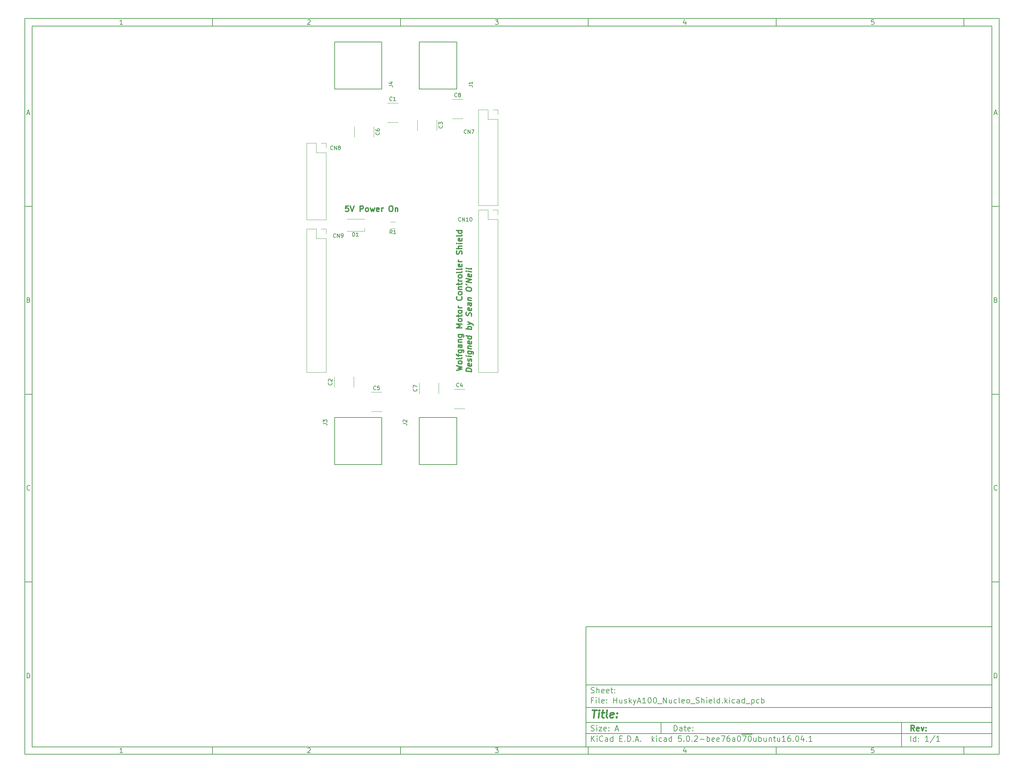
<source format=gbr>
G04 #@! TF.GenerationSoftware,KiCad,Pcbnew,5.0.2-bee76a0~70~ubuntu16.04.1*
G04 #@! TF.CreationDate,2019-02-15T18:52:28-05:00*
G04 #@! TF.ProjectId,HuskyA100_Nucleo_Shield,4875736b-7941-4313-9030-5f4e75636c65,rev?*
G04 #@! TF.SameCoordinates,Original*
G04 #@! TF.FileFunction,Legend,Top*
G04 #@! TF.FilePolarity,Positive*
%FSLAX46Y46*%
G04 Gerber Fmt 4.6, Leading zero omitted, Abs format (unit mm)*
G04 Created by KiCad (PCBNEW 5.0.2-bee76a0~70~ubuntu16.04.1) date Fri 15 Feb 2019 06:52:28 PM EST*
%MOMM*%
%LPD*%
G01*
G04 APERTURE LIST*
%ADD10C,0.100000*%
%ADD11C,0.150000*%
%ADD12C,0.300000*%
%ADD13C,0.400000*%
%ADD14C,0.120000*%
G04 APERTURE END LIST*
D10*
D11*
X159400000Y-171900000D02*
X159400000Y-203900000D01*
X267400000Y-203900000D01*
X267400000Y-171900000D01*
X159400000Y-171900000D01*
D10*
D11*
X10000000Y-10000000D02*
X10000000Y-205900000D01*
X269400000Y-205900000D01*
X269400000Y-10000000D01*
X10000000Y-10000000D01*
D10*
D11*
X12000000Y-12000000D02*
X12000000Y-203900000D01*
X267400000Y-203900000D01*
X267400000Y-12000000D01*
X12000000Y-12000000D01*
D10*
D11*
X60000000Y-12000000D02*
X60000000Y-10000000D01*
D10*
D11*
X110000000Y-12000000D02*
X110000000Y-10000000D01*
D10*
D11*
X160000000Y-12000000D02*
X160000000Y-10000000D01*
D10*
D11*
X210000000Y-12000000D02*
X210000000Y-10000000D01*
D10*
D11*
X260000000Y-12000000D02*
X260000000Y-10000000D01*
D10*
D11*
X36065476Y-11588095D02*
X35322619Y-11588095D01*
X35694047Y-11588095D02*
X35694047Y-10288095D01*
X35570238Y-10473809D01*
X35446428Y-10597619D01*
X35322619Y-10659523D01*
D10*
D11*
X85322619Y-10411904D02*
X85384523Y-10350000D01*
X85508333Y-10288095D01*
X85817857Y-10288095D01*
X85941666Y-10350000D01*
X86003571Y-10411904D01*
X86065476Y-10535714D01*
X86065476Y-10659523D01*
X86003571Y-10845238D01*
X85260714Y-11588095D01*
X86065476Y-11588095D01*
D10*
D11*
X135260714Y-10288095D02*
X136065476Y-10288095D01*
X135632142Y-10783333D01*
X135817857Y-10783333D01*
X135941666Y-10845238D01*
X136003571Y-10907142D01*
X136065476Y-11030952D01*
X136065476Y-11340476D01*
X136003571Y-11464285D01*
X135941666Y-11526190D01*
X135817857Y-11588095D01*
X135446428Y-11588095D01*
X135322619Y-11526190D01*
X135260714Y-11464285D01*
D10*
D11*
X185941666Y-10721428D02*
X185941666Y-11588095D01*
X185632142Y-10226190D02*
X185322619Y-11154761D01*
X186127380Y-11154761D01*
D10*
D11*
X236003571Y-10288095D02*
X235384523Y-10288095D01*
X235322619Y-10907142D01*
X235384523Y-10845238D01*
X235508333Y-10783333D01*
X235817857Y-10783333D01*
X235941666Y-10845238D01*
X236003571Y-10907142D01*
X236065476Y-11030952D01*
X236065476Y-11340476D01*
X236003571Y-11464285D01*
X235941666Y-11526190D01*
X235817857Y-11588095D01*
X235508333Y-11588095D01*
X235384523Y-11526190D01*
X235322619Y-11464285D01*
D10*
D11*
X60000000Y-203900000D02*
X60000000Y-205900000D01*
D10*
D11*
X110000000Y-203900000D02*
X110000000Y-205900000D01*
D10*
D11*
X160000000Y-203900000D02*
X160000000Y-205900000D01*
D10*
D11*
X210000000Y-203900000D02*
X210000000Y-205900000D01*
D10*
D11*
X260000000Y-203900000D02*
X260000000Y-205900000D01*
D10*
D11*
X36065476Y-205488095D02*
X35322619Y-205488095D01*
X35694047Y-205488095D02*
X35694047Y-204188095D01*
X35570238Y-204373809D01*
X35446428Y-204497619D01*
X35322619Y-204559523D01*
D10*
D11*
X85322619Y-204311904D02*
X85384523Y-204250000D01*
X85508333Y-204188095D01*
X85817857Y-204188095D01*
X85941666Y-204250000D01*
X86003571Y-204311904D01*
X86065476Y-204435714D01*
X86065476Y-204559523D01*
X86003571Y-204745238D01*
X85260714Y-205488095D01*
X86065476Y-205488095D01*
D10*
D11*
X135260714Y-204188095D02*
X136065476Y-204188095D01*
X135632142Y-204683333D01*
X135817857Y-204683333D01*
X135941666Y-204745238D01*
X136003571Y-204807142D01*
X136065476Y-204930952D01*
X136065476Y-205240476D01*
X136003571Y-205364285D01*
X135941666Y-205426190D01*
X135817857Y-205488095D01*
X135446428Y-205488095D01*
X135322619Y-205426190D01*
X135260714Y-205364285D01*
D10*
D11*
X185941666Y-204621428D02*
X185941666Y-205488095D01*
X185632142Y-204126190D02*
X185322619Y-205054761D01*
X186127380Y-205054761D01*
D10*
D11*
X236003571Y-204188095D02*
X235384523Y-204188095D01*
X235322619Y-204807142D01*
X235384523Y-204745238D01*
X235508333Y-204683333D01*
X235817857Y-204683333D01*
X235941666Y-204745238D01*
X236003571Y-204807142D01*
X236065476Y-204930952D01*
X236065476Y-205240476D01*
X236003571Y-205364285D01*
X235941666Y-205426190D01*
X235817857Y-205488095D01*
X235508333Y-205488095D01*
X235384523Y-205426190D01*
X235322619Y-205364285D01*
D10*
D11*
X10000000Y-60000000D02*
X12000000Y-60000000D01*
D10*
D11*
X10000000Y-110000000D02*
X12000000Y-110000000D01*
D10*
D11*
X10000000Y-160000000D02*
X12000000Y-160000000D01*
D10*
D11*
X10690476Y-35216666D02*
X11309523Y-35216666D01*
X10566666Y-35588095D02*
X11000000Y-34288095D01*
X11433333Y-35588095D01*
D10*
D11*
X11092857Y-84907142D02*
X11278571Y-84969047D01*
X11340476Y-85030952D01*
X11402380Y-85154761D01*
X11402380Y-85340476D01*
X11340476Y-85464285D01*
X11278571Y-85526190D01*
X11154761Y-85588095D01*
X10659523Y-85588095D01*
X10659523Y-84288095D01*
X11092857Y-84288095D01*
X11216666Y-84350000D01*
X11278571Y-84411904D01*
X11340476Y-84535714D01*
X11340476Y-84659523D01*
X11278571Y-84783333D01*
X11216666Y-84845238D01*
X11092857Y-84907142D01*
X10659523Y-84907142D01*
D10*
D11*
X11402380Y-135464285D02*
X11340476Y-135526190D01*
X11154761Y-135588095D01*
X11030952Y-135588095D01*
X10845238Y-135526190D01*
X10721428Y-135402380D01*
X10659523Y-135278571D01*
X10597619Y-135030952D01*
X10597619Y-134845238D01*
X10659523Y-134597619D01*
X10721428Y-134473809D01*
X10845238Y-134350000D01*
X11030952Y-134288095D01*
X11154761Y-134288095D01*
X11340476Y-134350000D01*
X11402380Y-134411904D01*
D10*
D11*
X10659523Y-185588095D02*
X10659523Y-184288095D01*
X10969047Y-184288095D01*
X11154761Y-184350000D01*
X11278571Y-184473809D01*
X11340476Y-184597619D01*
X11402380Y-184845238D01*
X11402380Y-185030952D01*
X11340476Y-185278571D01*
X11278571Y-185402380D01*
X11154761Y-185526190D01*
X10969047Y-185588095D01*
X10659523Y-185588095D01*
D10*
D11*
X269400000Y-60000000D02*
X267400000Y-60000000D01*
D10*
D11*
X269400000Y-110000000D02*
X267400000Y-110000000D01*
D10*
D11*
X269400000Y-160000000D02*
X267400000Y-160000000D01*
D10*
D11*
X268090476Y-35216666D02*
X268709523Y-35216666D01*
X267966666Y-35588095D02*
X268400000Y-34288095D01*
X268833333Y-35588095D01*
D10*
D11*
X268492857Y-84907142D02*
X268678571Y-84969047D01*
X268740476Y-85030952D01*
X268802380Y-85154761D01*
X268802380Y-85340476D01*
X268740476Y-85464285D01*
X268678571Y-85526190D01*
X268554761Y-85588095D01*
X268059523Y-85588095D01*
X268059523Y-84288095D01*
X268492857Y-84288095D01*
X268616666Y-84350000D01*
X268678571Y-84411904D01*
X268740476Y-84535714D01*
X268740476Y-84659523D01*
X268678571Y-84783333D01*
X268616666Y-84845238D01*
X268492857Y-84907142D01*
X268059523Y-84907142D01*
D10*
D11*
X268802380Y-135464285D02*
X268740476Y-135526190D01*
X268554761Y-135588095D01*
X268430952Y-135588095D01*
X268245238Y-135526190D01*
X268121428Y-135402380D01*
X268059523Y-135278571D01*
X267997619Y-135030952D01*
X267997619Y-134845238D01*
X268059523Y-134597619D01*
X268121428Y-134473809D01*
X268245238Y-134350000D01*
X268430952Y-134288095D01*
X268554761Y-134288095D01*
X268740476Y-134350000D01*
X268802380Y-134411904D01*
D10*
D11*
X268059523Y-185588095D02*
X268059523Y-184288095D01*
X268369047Y-184288095D01*
X268554761Y-184350000D01*
X268678571Y-184473809D01*
X268740476Y-184597619D01*
X268802380Y-184845238D01*
X268802380Y-185030952D01*
X268740476Y-185278571D01*
X268678571Y-185402380D01*
X268554761Y-185526190D01*
X268369047Y-185588095D01*
X268059523Y-185588095D01*
D10*
D11*
X182832142Y-199678571D02*
X182832142Y-198178571D01*
X183189285Y-198178571D01*
X183403571Y-198250000D01*
X183546428Y-198392857D01*
X183617857Y-198535714D01*
X183689285Y-198821428D01*
X183689285Y-199035714D01*
X183617857Y-199321428D01*
X183546428Y-199464285D01*
X183403571Y-199607142D01*
X183189285Y-199678571D01*
X182832142Y-199678571D01*
X184975000Y-199678571D02*
X184975000Y-198892857D01*
X184903571Y-198750000D01*
X184760714Y-198678571D01*
X184475000Y-198678571D01*
X184332142Y-198750000D01*
X184975000Y-199607142D02*
X184832142Y-199678571D01*
X184475000Y-199678571D01*
X184332142Y-199607142D01*
X184260714Y-199464285D01*
X184260714Y-199321428D01*
X184332142Y-199178571D01*
X184475000Y-199107142D01*
X184832142Y-199107142D01*
X184975000Y-199035714D01*
X185475000Y-198678571D02*
X186046428Y-198678571D01*
X185689285Y-198178571D02*
X185689285Y-199464285D01*
X185760714Y-199607142D01*
X185903571Y-199678571D01*
X186046428Y-199678571D01*
X187117857Y-199607142D02*
X186975000Y-199678571D01*
X186689285Y-199678571D01*
X186546428Y-199607142D01*
X186475000Y-199464285D01*
X186475000Y-198892857D01*
X186546428Y-198750000D01*
X186689285Y-198678571D01*
X186975000Y-198678571D01*
X187117857Y-198750000D01*
X187189285Y-198892857D01*
X187189285Y-199035714D01*
X186475000Y-199178571D01*
X187832142Y-199535714D02*
X187903571Y-199607142D01*
X187832142Y-199678571D01*
X187760714Y-199607142D01*
X187832142Y-199535714D01*
X187832142Y-199678571D01*
X187832142Y-198750000D02*
X187903571Y-198821428D01*
X187832142Y-198892857D01*
X187760714Y-198821428D01*
X187832142Y-198750000D01*
X187832142Y-198892857D01*
D10*
D11*
X159400000Y-200400000D02*
X267400000Y-200400000D01*
D10*
D11*
X160832142Y-202478571D02*
X160832142Y-200978571D01*
X161689285Y-202478571D02*
X161046428Y-201621428D01*
X161689285Y-200978571D02*
X160832142Y-201835714D01*
X162332142Y-202478571D02*
X162332142Y-201478571D01*
X162332142Y-200978571D02*
X162260714Y-201050000D01*
X162332142Y-201121428D01*
X162403571Y-201050000D01*
X162332142Y-200978571D01*
X162332142Y-201121428D01*
X163903571Y-202335714D02*
X163832142Y-202407142D01*
X163617857Y-202478571D01*
X163475000Y-202478571D01*
X163260714Y-202407142D01*
X163117857Y-202264285D01*
X163046428Y-202121428D01*
X162975000Y-201835714D01*
X162975000Y-201621428D01*
X163046428Y-201335714D01*
X163117857Y-201192857D01*
X163260714Y-201050000D01*
X163475000Y-200978571D01*
X163617857Y-200978571D01*
X163832142Y-201050000D01*
X163903571Y-201121428D01*
X165189285Y-202478571D02*
X165189285Y-201692857D01*
X165117857Y-201550000D01*
X164975000Y-201478571D01*
X164689285Y-201478571D01*
X164546428Y-201550000D01*
X165189285Y-202407142D02*
X165046428Y-202478571D01*
X164689285Y-202478571D01*
X164546428Y-202407142D01*
X164475000Y-202264285D01*
X164475000Y-202121428D01*
X164546428Y-201978571D01*
X164689285Y-201907142D01*
X165046428Y-201907142D01*
X165189285Y-201835714D01*
X166546428Y-202478571D02*
X166546428Y-200978571D01*
X166546428Y-202407142D02*
X166403571Y-202478571D01*
X166117857Y-202478571D01*
X165975000Y-202407142D01*
X165903571Y-202335714D01*
X165832142Y-202192857D01*
X165832142Y-201764285D01*
X165903571Y-201621428D01*
X165975000Y-201550000D01*
X166117857Y-201478571D01*
X166403571Y-201478571D01*
X166546428Y-201550000D01*
X168403571Y-201692857D02*
X168903571Y-201692857D01*
X169117857Y-202478571D02*
X168403571Y-202478571D01*
X168403571Y-200978571D01*
X169117857Y-200978571D01*
X169760714Y-202335714D02*
X169832142Y-202407142D01*
X169760714Y-202478571D01*
X169689285Y-202407142D01*
X169760714Y-202335714D01*
X169760714Y-202478571D01*
X170475000Y-202478571D02*
X170475000Y-200978571D01*
X170832142Y-200978571D01*
X171046428Y-201050000D01*
X171189285Y-201192857D01*
X171260714Y-201335714D01*
X171332142Y-201621428D01*
X171332142Y-201835714D01*
X171260714Y-202121428D01*
X171189285Y-202264285D01*
X171046428Y-202407142D01*
X170832142Y-202478571D01*
X170475000Y-202478571D01*
X171975000Y-202335714D02*
X172046428Y-202407142D01*
X171975000Y-202478571D01*
X171903571Y-202407142D01*
X171975000Y-202335714D01*
X171975000Y-202478571D01*
X172617857Y-202050000D02*
X173332142Y-202050000D01*
X172475000Y-202478571D02*
X172975000Y-200978571D01*
X173475000Y-202478571D01*
X173975000Y-202335714D02*
X174046428Y-202407142D01*
X173975000Y-202478571D01*
X173903571Y-202407142D01*
X173975000Y-202335714D01*
X173975000Y-202478571D01*
X176975000Y-202478571D02*
X176975000Y-200978571D01*
X177117857Y-201907142D02*
X177546428Y-202478571D01*
X177546428Y-201478571D02*
X176975000Y-202050000D01*
X178189285Y-202478571D02*
X178189285Y-201478571D01*
X178189285Y-200978571D02*
X178117857Y-201050000D01*
X178189285Y-201121428D01*
X178260714Y-201050000D01*
X178189285Y-200978571D01*
X178189285Y-201121428D01*
X179546428Y-202407142D02*
X179403571Y-202478571D01*
X179117857Y-202478571D01*
X178975000Y-202407142D01*
X178903571Y-202335714D01*
X178832142Y-202192857D01*
X178832142Y-201764285D01*
X178903571Y-201621428D01*
X178975000Y-201550000D01*
X179117857Y-201478571D01*
X179403571Y-201478571D01*
X179546428Y-201550000D01*
X180832142Y-202478571D02*
X180832142Y-201692857D01*
X180760714Y-201550000D01*
X180617857Y-201478571D01*
X180332142Y-201478571D01*
X180189285Y-201550000D01*
X180832142Y-202407142D02*
X180689285Y-202478571D01*
X180332142Y-202478571D01*
X180189285Y-202407142D01*
X180117857Y-202264285D01*
X180117857Y-202121428D01*
X180189285Y-201978571D01*
X180332142Y-201907142D01*
X180689285Y-201907142D01*
X180832142Y-201835714D01*
X182189285Y-202478571D02*
X182189285Y-200978571D01*
X182189285Y-202407142D02*
X182046428Y-202478571D01*
X181760714Y-202478571D01*
X181617857Y-202407142D01*
X181546428Y-202335714D01*
X181475000Y-202192857D01*
X181475000Y-201764285D01*
X181546428Y-201621428D01*
X181617857Y-201550000D01*
X181760714Y-201478571D01*
X182046428Y-201478571D01*
X182189285Y-201550000D01*
X184760714Y-200978571D02*
X184046428Y-200978571D01*
X183975000Y-201692857D01*
X184046428Y-201621428D01*
X184189285Y-201550000D01*
X184546428Y-201550000D01*
X184689285Y-201621428D01*
X184760714Y-201692857D01*
X184832142Y-201835714D01*
X184832142Y-202192857D01*
X184760714Y-202335714D01*
X184689285Y-202407142D01*
X184546428Y-202478571D01*
X184189285Y-202478571D01*
X184046428Y-202407142D01*
X183975000Y-202335714D01*
X185475000Y-202335714D02*
X185546428Y-202407142D01*
X185475000Y-202478571D01*
X185403571Y-202407142D01*
X185475000Y-202335714D01*
X185475000Y-202478571D01*
X186475000Y-200978571D02*
X186617857Y-200978571D01*
X186760714Y-201050000D01*
X186832142Y-201121428D01*
X186903571Y-201264285D01*
X186975000Y-201550000D01*
X186975000Y-201907142D01*
X186903571Y-202192857D01*
X186832142Y-202335714D01*
X186760714Y-202407142D01*
X186617857Y-202478571D01*
X186475000Y-202478571D01*
X186332142Y-202407142D01*
X186260714Y-202335714D01*
X186189285Y-202192857D01*
X186117857Y-201907142D01*
X186117857Y-201550000D01*
X186189285Y-201264285D01*
X186260714Y-201121428D01*
X186332142Y-201050000D01*
X186475000Y-200978571D01*
X187617857Y-202335714D02*
X187689285Y-202407142D01*
X187617857Y-202478571D01*
X187546428Y-202407142D01*
X187617857Y-202335714D01*
X187617857Y-202478571D01*
X188260714Y-201121428D02*
X188332142Y-201050000D01*
X188475000Y-200978571D01*
X188832142Y-200978571D01*
X188975000Y-201050000D01*
X189046428Y-201121428D01*
X189117857Y-201264285D01*
X189117857Y-201407142D01*
X189046428Y-201621428D01*
X188189285Y-202478571D01*
X189117857Y-202478571D01*
X189760714Y-201907142D02*
X190903571Y-201907142D01*
X191617857Y-202478571D02*
X191617857Y-200978571D01*
X191617857Y-201550000D02*
X191760714Y-201478571D01*
X192046428Y-201478571D01*
X192189285Y-201550000D01*
X192260714Y-201621428D01*
X192332142Y-201764285D01*
X192332142Y-202192857D01*
X192260714Y-202335714D01*
X192189285Y-202407142D01*
X192046428Y-202478571D01*
X191760714Y-202478571D01*
X191617857Y-202407142D01*
X193546428Y-202407142D02*
X193403571Y-202478571D01*
X193117857Y-202478571D01*
X192975000Y-202407142D01*
X192903571Y-202264285D01*
X192903571Y-201692857D01*
X192975000Y-201550000D01*
X193117857Y-201478571D01*
X193403571Y-201478571D01*
X193546428Y-201550000D01*
X193617857Y-201692857D01*
X193617857Y-201835714D01*
X192903571Y-201978571D01*
X194832142Y-202407142D02*
X194689285Y-202478571D01*
X194403571Y-202478571D01*
X194260714Y-202407142D01*
X194189285Y-202264285D01*
X194189285Y-201692857D01*
X194260714Y-201550000D01*
X194403571Y-201478571D01*
X194689285Y-201478571D01*
X194832142Y-201550000D01*
X194903571Y-201692857D01*
X194903571Y-201835714D01*
X194189285Y-201978571D01*
X195403571Y-200978571D02*
X196403571Y-200978571D01*
X195760714Y-202478571D01*
X197617857Y-200978571D02*
X197332142Y-200978571D01*
X197189285Y-201050000D01*
X197117857Y-201121428D01*
X196975000Y-201335714D01*
X196903571Y-201621428D01*
X196903571Y-202192857D01*
X196975000Y-202335714D01*
X197046428Y-202407142D01*
X197189285Y-202478571D01*
X197475000Y-202478571D01*
X197617857Y-202407142D01*
X197689285Y-202335714D01*
X197760714Y-202192857D01*
X197760714Y-201835714D01*
X197689285Y-201692857D01*
X197617857Y-201621428D01*
X197475000Y-201550000D01*
X197189285Y-201550000D01*
X197046428Y-201621428D01*
X196975000Y-201692857D01*
X196903571Y-201835714D01*
X199046428Y-202478571D02*
X199046428Y-201692857D01*
X198975000Y-201550000D01*
X198832142Y-201478571D01*
X198546428Y-201478571D01*
X198403571Y-201550000D01*
X199046428Y-202407142D02*
X198903571Y-202478571D01*
X198546428Y-202478571D01*
X198403571Y-202407142D01*
X198332142Y-202264285D01*
X198332142Y-202121428D01*
X198403571Y-201978571D01*
X198546428Y-201907142D01*
X198903571Y-201907142D01*
X199046428Y-201835714D01*
X200046428Y-200978571D02*
X200189285Y-200978571D01*
X200332142Y-201050000D01*
X200403571Y-201121428D01*
X200475000Y-201264285D01*
X200546428Y-201550000D01*
X200546428Y-201907142D01*
X200475000Y-202192857D01*
X200403571Y-202335714D01*
X200332142Y-202407142D01*
X200189285Y-202478571D01*
X200046428Y-202478571D01*
X199903571Y-202407142D01*
X199832142Y-202335714D01*
X199760714Y-202192857D01*
X199689285Y-201907142D01*
X199689285Y-201550000D01*
X199760714Y-201264285D01*
X199832142Y-201121428D01*
X199903571Y-201050000D01*
X200046428Y-200978571D01*
X200832142Y-200570000D02*
X202260714Y-200570000D01*
X201046428Y-200978571D02*
X202046428Y-200978571D01*
X201403571Y-202478571D01*
X202260714Y-200570000D02*
X203689285Y-200570000D01*
X202903571Y-200978571D02*
X203046428Y-200978571D01*
X203189285Y-201050000D01*
X203260714Y-201121428D01*
X203332142Y-201264285D01*
X203403571Y-201550000D01*
X203403571Y-201907142D01*
X203332142Y-202192857D01*
X203260714Y-202335714D01*
X203189285Y-202407142D01*
X203046428Y-202478571D01*
X202903571Y-202478571D01*
X202760714Y-202407142D01*
X202689285Y-202335714D01*
X202617857Y-202192857D01*
X202546428Y-201907142D01*
X202546428Y-201550000D01*
X202617857Y-201264285D01*
X202689285Y-201121428D01*
X202760714Y-201050000D01*
X202903571Y-200978571D01*
X204689285Y-201478571D02*
X204689285Y-202478571D01*
X204046428Y-201478571D02*
X204046428Y-202264285D01*
X204117857Y-202407142D01*
X204260714Y-202478571D01*
X204475000Y-202478571D01*
X204617857Y-202407142D01*
X204689285Y-202335714D01*
X205403571Y-202478571D02*
X205403571Y-200978571D01*
X205403571Y-201550000D02*
X205546428Y-201478571D01*
X205832142Y-201478571D01*
X205975000Y-201550000D01*
X206046428Y-201621428D01*
X206117857Y-201764285D01*
X206117857Y-202192857D01*
X206046428Y-202335714D01*
X205975000Y-202407142D01*
X205832142Y-202478571D01*
X205546428Y-202478571D01*
X205403571Y-202407142D01*
X207403571Y-201478571D02*
X207403571Y-202478571D01*
X206760714Y-201478571D02*
X206760714Y-202264285D01*
X206832142Y-202407142D01*
X206975000Y-202478571D01*
X207189285Y-202478571D01*
X207332142Y-202407142D01*
X207403571Y-202335714D01*
X208117857Y-201478571D02*
X208117857Y-202478571D01*
X208117857Y-201621428D02*
X208189285Y-201550000D01*
X208332142Y-201478571D01*
X208546428Y-201478571D01*
X208689285Y-201550000D01*
X208760714Y-201692857D01*
X208760714Y-202478571D01*
X209260714Y-201478571D02*
X209832142Y-201478571D01*
X209475000Y-200978571D02*
X209475000Y-202264285D01*
X209546428Y-202407142D01*
X209689285Y-202478571D01*
X209832142Y-202478571D01*
X210975000Y-201478571D02*
X210975000Y-202478571D01*
X210332142Y-201478571D02*
X210332142Y-202264285D01*
X210403571Y-202407142D01*
X210546428Y-202478571D01*
X210760714Y-202478571D01*
X210903571Y-202407142D01*
X210975000Y-202335714D01*
X212475000Y-202478571D02*
X211617857Y-202478571D01*
X212046428Y-202478571D02*
X212046428Y-200978571D01*
X211903571Y-201192857D01*
X211760714Y-201335714D01*
X211617857Y-201407142D01*
X213760714Y-200978571D02*
X213475000Y-200978571D01*
X213332142Y-201050000D01*
X213260714Y-201121428D01*
X213117857Y-201335714D01*
X213046428Y-201621428D01*
X213046428Y-202192857D01*
X213117857Y-202335714D01*
X213189285Y-202407142D01*
X213332142Y-202478571D01*
X213617857Y-202478571D01*
X213760714Y-202407142D01*
X213832142Y-202335714D01*
X213903571Y-202192857D01*
X213903571Y-201835714D01*
X213832142Y-201692857D01*
X213760714Y-201621428D01*
X213617857Y-201550000D01*
X213332142Y-201550000D01*
X213189285Y-201621428D01*
X213117857Y-201692857D01*
X213046428Y-201835714D01*
X214546428Y-202335714D02*
X214617857Y-202407142D01*
X214546428Y-202478571D01*
X214475000Y-202407142D01*
X214546428Y-202335714D01*
X214546428Y-202478571D01*
X215546428Y-200978571D02*
X215689285Y-200978571D01*
X215832142Y-201050000D01*
X215903571Y-201121428D01*
X215975000Y-201264285D01*
X216046428Y-201550000D01*
X216046428Y-201907142D01*
X215975000Y-202192857D01*
X215903571Y-202335714D01*
X215832142Y-202407142D01*
X215689285Y-202478571D01*
X215546428Y-202478571D01*
X215403571Y-202407142D01*
X215332142Y-202335714D01*
X215260714Y-202192857D01*
X215189285Y-201907142D01*
X215189285Y-201550000D01*
X215260714Y-201264285D01*
X215332142Y-201121428D01*
X215403571Y-201050000D01*
X215546428Y-200978571D01*
X217332142Y-201478571D02*
X217332142Y-202478571D01*
X216975000Y-200907142D02*
X216617857Y-201978571D01*
X217546428Y-201978571D01*
X218117857Y-202335714D02*
X218189285Y-202407142D01*
X218117857Y-202478571D01*
X218046428Y-202407142D01*
X218117857Y-202335714D01*
X218117857Y-202478571D01*
X219617857Y-202478571D02*
X218760714Y-202478571D01*
X219189285Y-202478571D02*
X219189285Y-200978571D01*
X219046428Y-201192857D01*
X218903571Y-201335714D01*
X218760714Y-201407142D01*
D10*
D11*
X159400000Y-197400000D02*
X267400000Y-197400000D01*
D10*
D12*
X246809285Y-199678571D02*
X246309285Y-198964285D01*
X245952142Y-199678571D02*
X245952142Y-198178571D01*
X246523571Y-198178571D01*
X246666428Y-198250000D01*
X246737857Y-198321428D01*
X246809285Y-198464285D01*
X246809285Y-198678571D01*
X246737857Y-198821428D01*
X246666428Y-198892857D01*
X246523571Y-198964285D01*
X245952142Y-198964285D01*
X248023571Y-199607142D02*
X247880714Y-199678571D01*
X247595000Y-199678571D01*
X247452142Y-199607142D01*
X247380714Y-199464285D01*
X247380714Y-198892857D01*
X247452142Y-198750000D01*
X247595000Y-198678571D01*
X247880714Y-198678571D01*
X248023571Y-198750000D01*
X248095000Y-198892857D01*
X248095000Y-199035714D01*
X247380714Y-199178571D01*
X248595000Y-198678571D02*
X248952142Y-199678571D01*
X249309285Y-198678571D01*
X249880714Y-199535714D02*
X249952142Y-199607142D01*
X249880714Y-199678571D01*
X249809285Y-199607142D01*
X249880714Y-199535714D01*
X249880714Y-199678571D01*
X249880714Y-198750000D02*
X249952142Y-198821428D01*
X249880714Y-198892857D01*
X249809285Y-198821428D01*
X249880714Y-198750000D01*
X249880714Y-198892857D01*
D10*
D11*
X160760714Y-199607142D02*
X160975000Y-199678571D01*
X161332142Y-199678571D01*
X161475000Y-199607142D01*
X161546428Y-199535714D01*
X161617857Y-199392857D01*
X161617857Y-199250000D01*
X161546428Y-199107142D01*
X161475000Y-199035714D01*
X161332142Y-198964285D01*
X161046428Y-198892857D01*
X160903571Y-198821428D01*
X160832142Y-198750000D01*
X160760714Y-198607142D01*
X160760714Y-198464285D01*
X160832142Y-198321428D01*
X160903571Y-198250000D01*
X161046428Y-198178571D01*
X161403571Y-198178571D01*
X161617857Y-198250000D01*
X162260714Y-199678571D02*
X162260714Y-198678571D01*
X162260714Y-198178571D02*
X162189285Y-198250000D01*
X162260714Y-198321428D01*
X162332142Y-198250000D01*
X162260714Y-198178571D01*
X162260714Y-198321428D01*
X162832142Y-198678571D02*
X163617857Y-198678571D01*
X162832142Y-199678571D01*
X163617857Y-199678571D01*
X164760714Y-199607142D02*
X164617857Y-199678571D01*
X164332142Y-199678571D01*
X164189285Y-199607142D01*
X164117857Y-199464285D01*
X164117857Y-198892857D01*
X164189285Y-198750000D01*
X164332142Y-198678571D01*
X164617857Y-198678571D01*
X164760714Y-198750000D01*
X164832142Y-198892857D01*
X164832142Y-199035714D01*
X164117857Y-199178571D01*
X165475000Y-199535714D02*
X165546428Y-199607142D01*
X165475000Y-199678571D01*
X165403571Y-199607142D01*
X165475000Y-199535714D01*
X165475000Y-199678571D01*
X165475000Y-198750000D02*
X165546428Y-198821428D01*
X165475000Y-198892857D01*
X165403571Y-198821428D01*
X165475000Y-198750000D01*
X165475000Y-198892857D01*
X167260714Y-199250000D02*
X167975000Y-199250000D01*
X167117857Y-199678571D02*
X167617857Y-198178571D01*
X168117857Y-199678571D01*
D10*
D11*
X245832142Y-202478571D02*
X245832142Y-200978571D01*
X247189285Y-202478571D02*
X247189285Y-200978571D01*
X247189285Y-202407142D02*
X247046428Y-202478571D01*
X246760714Y-202478571D01*
X246617857Y-202407142D01*
X246546428Y-202335714D01*
X246475000Y-202192857D01*
X246475000Y-201764285D01*
X246546428Y-201621428D01*
X246617857Y-201550000D01*
X246760714Y-201478571D01*
X247046428Y-201478571D01*
X247189285Y-201550000D01*
X247903571Y-202335714D02*
X247975000Y-202407142D01*
X247903571Y-202478571D01*
X247832142Y-202407142D01*
X247903571Y-202335714D01*
X247903571Y-202478571D01*
X247903571Y-201550000D02*
X247975000Y-201621428D01*
X247903571Y-201692857D01*
X247832142Y-201621428D01*
X247903571Y-201550000D01*
X247903571Y-201692857D01*
X250546428Y-202478571D02*
X249689285Y-202478571D01*
X250117857Y-202478571D02*
X250117857Y-200978571D01*
X249975000Y-201192857D01*
X249832142Y-201335714D01*
X249689285Y-201407142D01*
X252260714Y-200907142D02*
X250975000Y-202835714D01*
X253546428Y-202478571D02*
X252689285Y-202478571D01*
X253117857Y-202478571D02*
X253117857Y-200978571D01*
X252975000Y-201192857D01*
X252832142Y-201335714D01*
X252689285Y-201407142D01*
D10*
D11*
X159400000Y-193400000D02*
X267400000Y-193400000D01*
D10*
D13*
X161112380Y-194104761D02*
X162255238Y-194104761D01*
X161433809Y-196104761D02*
X161683809Y-194104761D01*
X162671904Y-196104761D02*
X162838571Y-194771428D01*
X162921904Y-194104761D02*
X162814761Y-194200000D01*
X162898095Y-194295238D01*
X163005238Y-194200000D01*
X162921904Y-194104761D01*
X162898095Y-194295238D01*
X163505238Y-194771428D02*
X164267142Y-194771428D01*
X163874285Y-194104761D02*
X163660000Y-195819047D01*
X163731428Y-196009523D01*
X163910000Y-196104761D01*
X164100476Y-196104761D01*
X165052857Y-196104761D02*
X164874285Y-196009523D01*
X164802857Y-195819047D01*
X165017142Y-194104761D01*
X166588571Y-196009523D02*
X166386190Y-196104761D01*
X166005238Y-196104761D01*
X165826666Y-196009523D01*
X165755238Y-195819047D01*
X165850476Y-195057142D01*
X165969523Y-194866666D01*
X166171904Y-194771428D01*
X166552857Y-194771428D01*
X166731428Y-194866666D01*
X166802857Y-195057142D01*
X166779047Y-195247619D01*
X165802857Y-195438095D01*
X167552857Y-195914285D02*
X167636190Y-196009523D01*
X167529047Y-196104761D01*
X167445714Y-196009523D01*
X167552857Y-195914285D01*
X167529047Y-196104761D01*
X167683809Y-194866666D02*
X167767142Y-194961904D01*
X167660000Y-195057142D01*
X167576666Y-194961904D01*
X167683809Y-194866666D01*
X167660000Y-195057142D01*
D10*
D11*
X161332142Y-191492857D02*
X160832142Y-191492857D01*
X160832142Y-192278571D02*
X160832142Y-190778571D01*
X161546428Y-190778571D01*
X162117857Y-192278571D02*
X162117857Y-191278571D01*
X162117857Y-190778571D02*
X162046428Y-190850000D01*
X162117857Y-190921428D01*
X162189285Y-190850000D01*
X162117857Y-190778571D01*
X162117857Y-190921428D01*
X163046428Y-192278571D02*
X162903571Y-192207142D01*
X162832142Y-192064285D01*
X162832142Y-190778571D01*
X164189285Y-192207142D02*
X164046428Y-192278571D01*
X163760714Y-192278571D01*
X163617857Y-192207142D01*
X163546428Y-192064285D01*
X163546428Y-191492857D01*
X163617857Y-191350000D01*
X163760714Y-191278571D01*
X164046428Y-191278571D01*
X164189285Y-191350000D01*
X164260714Y-191492857D01*
X164260714Y-191635714D01*
X163546428Y-191778571D01*
X164903571Y-192135714D02*
X164975000Y-192207142D01*
X164903571Y-192278571D01*
X164832142Y-192207142D01*
X164903571Y-192135714D01*
X164903571Y-192278571D01*
X164903571Y-191350000D02*
X164975000Y-191421428D01*
X164903571Y-191492857D01*
X164832142Y-191421428D01*
X164903571Y-191350000D01*
X164903571Y-191492857D01*
X166760714Y-192278571D02*
X166760714Y-190778571D01*
X166760714Y-191492857D02*
X167617857Y-191492857D01*
X167617857Y-192278571D02*
X167617857Y-190778571D01*
X168975000Y-191278571D02*
X168975000Y-192278571D01*
X168332142Y-191278571D02*
X168332142Y-192064285D01*
X168403571Y-192207142D01*
X168546428Y-192278571D01*
X168760714Y-192278571D01*
X168903571Y-192207142D01*
X168975000Y-192135714D01*
X169617857Y-192207142D02*
X169760714Y-192278571D01*
X170046428Y-192278571D01*
X170189285Y-192207142D01*
X170260714Y-192064285D01*
X170260714Y-191992857D01*
X170189285Y-191850000D01*
X170046428Y-191778571D01*
X169832142Y-191778571D01*
X169689285Y-191707142D01*
X169617857Y-191564285D01*
X169617857Y-191492857D01*
X169689285Y-191350000D01*
X169832142Y-191278571D01*
X170046428Y-191278571D01*
X170189285Y-191350000D01*
X170903571Y-192278571D02*
X170903571Y-190778571D01*
X171046428Y-191707142D02*
X171475000Y-192278571D01*
X171475000Y-191278571D02*
X170903571Y-191850000D01*
X171975000Y-191278571D02*
X172332142Y-192278571D01*
X172689285Y-191278571D02*
X172332142Y-192278571D01*
X172189285Y-192635714D01*
X172117857Y-192707142D01*
X171975000Y-192778571D01*
X173189285Y-191850000D02*
X173903571Y-191850000D01*
X173046428Y-192278571D02*
X173546428Y-190778571D01*
X174046428Y-192278571D01*
X175332142Y-192278571D02*
X174475000Y-192278571D01*
X174903571Y-192278571D02*
X174903571Y-190778571D01*
X174760714Y-190992857D01*
X174617857Y-191135714D01*
X174475000Y-191207142D01*
X176260714Y-190778571D02*
X176403571Y-190778571D01*
X176546428Y-190850000D01*
X176617857Y-190921428D01*
X176689285Y-191064285D01*
X176760714Y-191350000D01*
X176760714Y-191707142D01*
X176689285Y-191992857D01*
X176617857Y-192135714D01*
X176546428Y-192207142D01*
X176403571Y-192278571D01*
X176260714Y-192278571D01*
X176117857Y-192207142D01*
X176046428Y-192135714D01*
X175975000Y-191992857D01*
X175903571Y-191707142D01*
X175903571Y-191350000D01*
X175975000Y-191064285D01*
X176046428Y-190921428D01*
X176117857Y-190850000D01*
X176260714Y-190778571D01*
X177689285Y-190778571D02*
X177832142Y-190778571D01*
X177975000Y-190850000D01*
X178046428Y-190921428D01*
X178117857Y-191064285D01*
X178189285Y-191350000D01*
X178189285Y-191707142D01*
X178117857Y-191992857D01*
X178046428Y-192135714D01*
X177975000Y-192207142D01*
X177832142Y-192278571D01*
X177689285Y-192278571D01*
X177546428Y-192207142D01*
X177475000Y-192135714D01*
X177403571Y-191992857D01*
X177332142Y-191707142D01*
X177332142Y-191350000D01*
X177403571Y-191064285D01*
X177475000Y-190921428D01*
X177546428Y-190850000D01*
X177689285Y-190778571D01*
X178475000Y-192421428D02*
X179617857Y-192421428D01*
X179975000Y-192278571D02*
X179975000Y-190778571D01*
X180832142Y-192278571D01*
X180832142Y-190778571D01*
X182189285Y-191278571D02*
X182189285Y-192278571D01*
X181546428Y-191278571D02*
X181546428Y-192064285D01*
X181617857Y-192207142D01*
X181760714Y-192278571D01*
X181975000Y-192278571D01*
X182117857Y-192207142D01*
X182189285Y-192135714D01*
X183546428Y-192207142D02*
X183403571Y-192278571D01*
X183117857Y-192278571D01*
X182975000Y-192207142D01*
X182903571Y-192135714D01*
X182832142Y-191992857D01*
X182832142Y-191564285D01*
X182903571Y-191421428D01*
X182975000Y-191350000D01*
X183117857Y-191278571D01*
X183403571Y-191278571D01*
X183546428Y-191350000D01*
X184403571Y-192278571D02*
X184260714Y-192207142D01*
X184189285Y-192064285D01*
X184189285Y-190778571D01*
X185546428Y-192207142D02*
X185403571Y-192278571D01*
X185117857Y-192278571D01*
X184975000Y-192207142D01*
X184903571Y-192064285D01*
X184903571Y-191492857D01*
X184975000Y-191350000D01*
X185117857Y-191278571D01*
X185403571Y-191278571D01*
X185546428Y-191350000D01*
X185617857Y-191492857D01*
X185617857Y-191635714D01*
X184903571Y-191778571D01*
X186475000Y-192278571D02*
X186332142Y-192207142D01*
X186260714Y-192135714D01*
X186189285Y-191992857D01*
X186189285Y-191564285D01*
X186260714Y-191421428D01*
X186332142Y-191350000D01*
X186475000Y-191278571D01*
X186689285Y-191278571D01*
X186832142Y-191350000D01*
X186903571Y-191421428D01*
X186975000Y-191564285D01*
X186975000Y-191992857D01*
X186903571Y-192135714D01*
X186832142Y-192207142D01*
X186689285Y-192278571D01*
X186475000Y-192278571D01*
X187260714Y-192421428D02*
X188403571Y-192421428D01*
X188689285Y-192207142D02*
X188903571Y-192278571D01*
X189260714Y-192278571D01*
X189403571Y-192207142D01*
X189475000Y-192135714D01*
X189546428Y-191992857D01*
X189546428Y-191850000D01*
X189475000Y-191707142D01*
X189403571Y-191635714D01*
X189260714Y-191564285D01*
X188975000Y-191492857D01*
X188832142Y-191421428D01*
X188760714Y-191350000D01*
X188689285Y-191207142D01*
X188689285Y-191064285D01*
X188760714Y-190921428D01*
X188832142Y-190850000D01*
X188975000Y-190778571D01*
X189332142Y-190778571D01*
X189546428Y-190850000D01*
X190189285Y-192278571D02*
X190189285Y-190778571D01*
X190832142Y-192278571D02*
X190832142Y-191492857D01*
X190760714Y-191350000D01*
X190617857Y-191278571D01*
X190403571Y-191278571D01*
X190260714Y-191350000D01*
X190189285Y-191421428D01*
X191546428Y-192278571D02*
X191546428Y-191278571D01*
X191546428Y-190778571D02*
X191475000Y-190850000D01*
X191546428Y-190921428D01*
X191617857Y-190850000D01*
X191546428Y-190778571D01*
X191546428Y-190921428D01*
X192832142Y-192207142D02*
X192689285Y-192278571D01*
X192403571Y-192278571D01*
X192260714Y-192207142D01*
X192189285Y-192064285D01*
X192189285Y-191492857D01*
X192260714Y-191350000D01*
X192403571Y-191278571D01*
X192689285Y-191278571D01*
X192832142Y-191350000D01*
X192903571Y-191492857D01*
X192903571Y-191635714D01*
X192189285Y-191778571D01*
X193760714Y-192278571D02*
X193617857Y-192207142D01*
X193546428Y-192064285D01*
X193546428Y-190778571D01*
X194975000Y-192278571D02*
X194975000Y-190778571D01*
X194975000Y-192207142D02*
X194832142Y-192278571D01*
X194546428Y-192278571D01*
X194403571Y-192207142D01*
X194332142Y-192135714D01*
X194260714Y-191992857D01*
X194260714Y-191564285D01*
X194332142Y-191421428D01*
X194403571Y-191350000D01*
X194546428Y-191278571D01*
X194832142Y-191278571D01*
X194975000Y-191350000D01*
X195689285Y-192135714D02*
X195760714Y-192207142D01*
X195689285Y-192278571D01*
X195617857Y-192207142D01*
X195689285Y-192135714D01*
X195689285Y-192278571D01*
X196403571Y-192278571D02*
X196403571Y-190778571D01*
X196546428Y-191707142D02*
X196975000Y-192278571D01*
X196975000Y-191278571D02*
X196403571Y-191850000D01*
X197617857Y-192278571D02*
X197617857Y-191278571D01*
X197617857Y-190778571D02*
X197546428Y-190850000D01*
X197617857Y-190921428D01*
X197689285Y-190850000D01*
X197617857Y-190778571D01*
X197617857Y-190921428D01*
X198975000Y-192207142D02*
X198832142Y-192278571D01*
X198546428Y-192278571D01*
X198403571Y-192207142D01*
X198332142Y-192135714D01*
X198260714Y-191992857D01*
X198260714Y-191564285D01*
X198332142Y-191421428D01*
X198403571Y-191350000D01*
X198546428Y-191278571D01*
X198832142Y-191278571D01*
X198975000Y-191350000D01*
X200260714Y-192278571D02*
X200260714Y-191492857D01*
X200189285Y-191350000D01*
X200046428Y-191278571D01*
X199760714Y-191278571D01*
X199617857Y-191350000D01*
X200260714Y-192207142D02*
X200117857Y-192278571D01*
X199760714Y-192278571D01*
X199617857Y-192207142D01*
X199546428Y-192064285D01*
X199546428Y-191921428D01*
X199617857Y-191778571D01*
X199760714Y-191707142D01*
X200117857Y-191707142D01*
X200260714Y-191635714D01*
X201617857Y-192278571D02*
X201617857Y-190778571D01*
X201617857Y-192207142D02*
X201475000Y-192278571D01*
X201189285Y-192278571D01*
X201046428Y-192207142D01*
X200975000Y-192135714D01*
X200903571Y-191992857D01*
X200903571Y-191564285D01*
X200975000Y-191421428D01*
X201046428Y-191350000D01*
X201189285Y-191278571D01*
X201475000Y-191278571D01*
X201617857Y-191350000D01*
X201975000Y-192421428D02*
X203117857Y-192421428D01*
X203475000Y-191278571D02*
X203475000Y-192778571D01*
X203475000Y-191350000D02*
X203617857Y-191278571D01*
X203903571Y-191278571D01*
X204046428Y-191350000D01*
X204117857Y-191421428D01*
X204189285Y-191564285D01*
X204189285Y-191992857D01*
X204117857Y-192135714D01*
X204046428Y-192207142D01*
X203903571Y-192278571D01*
X203617857Y-192278571D01*
X203475000Y-192207142D01*
X205475000Y-192207142D02*
X205332142Y-192278571D01*
X205046428Y-192278571D01*
X204903571Y-192207142D01*
X204832142Y-192135714D01*
X204760714Y-191992857D01*
X204760714Y-191564285D01*
X204832142Y-191421428D01*
X204903571Y-191350000D01*
X205046428Y-191278571D01*
X205332142Y-191278571D01*
X205475000Y-191350000D01*
X206117857Y-192278571D02*
X206117857Y-190778571D01*
X206117857Y-191350000D02*
X206260714Y-191278571D01*
X206546428Y-191278571D01*
X206689285Y-191350000D01*
X206760714Y-191421428D01*
X206832142Y-191564285D01*
X206832142Y-191992857D01*
X206760714Y-192135714D01*
X206689285Y-192207142D01*
X206546428Y-192278571D01*
X206260714Y-192278571D01*
X206117857Y-192207142D01*
D10*
D11*
X159400000Y-187400000D02*
X267400000Y-187400000D01*
D10*
D11*
X160760714Y-189507142D02*
X160975000Y-189578571D01*
X161332142Y-189578571D01*
X161475000Y-189507142D01*
X161546428Y-189435714D01*
X161617857Y-189292857D01*
X161617857Y-189150000D01*
X161546428Y-189007142D01*
X161475000Y-188935714D01*
X161332142Y-188864285D01*
X161046428Y-188792857D01*
X160903571Y-188721428D01*
X160832142Y-188650000D01*
X160760714Y-188507142D01*
X160760714Y-188364285D01*
X160832142Y-188221428D01*
X160903571Y-188150000D01*
X161046428Y-188078571D01*
X161403571Y-188078571D01*
X161617857Y-188150000D01*
X162260714Y-189578571D02*
X162260714Y-188078571D01*
X162903571Y-189578571D02*
X162903571Y-188792857D01*
X162832142Y-188650000D01*
X162689285Y-188578571D01*
X162475000Y-188578571D01*
X162332142Y-188650000D01*
X162260714Y-188721428D01*
X164189285Y-189507142D02*
X164046428Y-189578571D01*
X163760714Y-189578571D01*
X163617857Y-189507142D01*
X163546428Y-189364285D01*
X163546428Y-188792857D01*
X163617857Y-188650000D01*
X163760714Y-188578571D01*
X164046428Y-188578571D01*
X164189285Y-188650000D01*
X164260714Y-188792857D01*
X164260714Y-188935714D01*
X163546428Y-189078571D01*
X165475000Y-189507142D02*
X165332142Y-189578571D01*
X165046428Y-189578571D01*
X164903571Y-189507142D01*
X164832142Y-189364285D01*
X164832142Y-188792857D01*
X164903571Y-188650000D01*
X165046428Y-188578571D01*
X165332142Y-188578571D01*
X165475000Y-188650000D01*
X165546428Y-188792857D01*
X165546428Y-188935714D01*
X164832142Y-189078571D01*
X165975000Y-188578571D02*
X166546428Y-188578571D01*
X166189285Y-188078571D02*
X166189285Y-189364285D01*
X166260714Y-189507142D01*
X166403571Y-189578571D01*
X166546428Y-189578571D01*
X167046428Y-189435714D02*
X167117857Y-189507142D01*
X167046428Y-189578571D01*
X166975000Y-189507142D01*
X167046428Y-189435714D01*
X167046428Y-189578571D01*
X167046428Y-188650000D02*
X167117857Y-188721428D01*
X167046428Y-188792857D01*
X166975000Y-188721428D01*
X167046428Y-188650000D01*
X167046428Y-188792857D01*
D10*
D11*
X179400000Y-197400000D02*
X179400000Y-200400000D01*
D10*
D11*
X243400000Y-197400000D02*
X243400000Y-203900000D01*
D12*
X128948571Y-104004642D02*
X127448571Y-103817142D01*
X127448571Y-103460000D01*
X127520000Y-103254642D01*
X127662857Y-103129642D01*
X127805714Y-103076071D01*
X128091428Y-103040357D01*
X128305714Y-103067142D01*
X128591428Y-103174285D01*
X128734285Y-103263571D01*
X128877142Y-103424285D01*
X128948571Y-103647500D01*
X128948571Y-104004642D01*
X128877142Y-101924285D02*
X128948571Y-102076071D01*
X128948571Y-102361785D01*
X128877142Y-102495714D01*
X128734285Y-102549285D01*
X128162857Y-102477857D01*
X128020000Y-102388571D01*
X127948571Y-102236785D01*
X127948571Y-101951071D01*
X128020000Y-101817142D01*
X128162857Y-101763571D01*
X128305714Y-101781428D01*
X128448571Y-102513571D01*
X128877142Y-101281428D02*
X128948571Y-101147500D01*
X128948571Y-100861785D01*
X128877142Y-100710000D01*
X128734285Y-100620714D01*
X128662857Y-100611785D01*
X128520000Y-100665357D01*
X128448571Y-100799285D01*
X128448571Y-101013571D01*
X128377142Y-101147500D01*
X128234285Y-101201071D01*
X128162857Y-101192142D01*
X128020000Y-101102857D01*
X127948571Y-100951071D01*
X127948571Y-100736785D01*
X128020000Y-100602857D01*
X128948571Y-100004642D02*
X127948571Y-99879642D01*
X127448571Y-99817142D02*
X127520000Y-99897500D01*
X127591428Y-99835000D01*
X127520000Y-99754642D01*
X127448571Y-99817142D01*
X127591428Y-99835000D01*
X127948571Y-98522500D02*
X129162857Y-98674285D01*
X129305714Y-98763571D01*
X129377142Y-98843928D01*
X129448571Y-98995714D01*
X129448571Y-99210000D01*
X129377142Y-99343928D01*
X128877142Y-98638571D02*
X128948571Y-98790357D01*
X128948571Y-99076071D01*
X128877142Y-99210000D01*
X128805714Y-99272500D01*
X128662857Y-99326071D01*
X128234285Y-99272500D01*
X128091428Y-99183214D01*
X128020000Y-99102857D01*
X127948571Y-98951071D01*
X127948571Y-98665357D01*
X128020000Y-98531428D01*
X127948571Y-97808214D02*
X128948571Y-97933214D01*
X128091428Y-97826071D02*
X128020000Y-97745714D01*
X127948571Y-97593928D01*
X127948571Y-97379642D01*
X128020000Y-97245714D01*
X128162857Y-97192142D01*
X128948571Y-97290357D01*
X128877142Y-95995714D02*
X128948571Y-96147500D01*
X128948571Y-96433214D01*
X128877142Y-96567142D01*
X128734285Y-96620714D01*
X128162857Y-96549285D01*
X128020000Y-96460000D01*
X127948571Y-96308214D01*
X127948571Y-96022500D01*
X128020000Y-95888571D01*
X128162857Y-95835000D01*
X128305714Y-95852857D01*
X128448571Y-96585000D01*
X128948571Y-94647500D02*
X127448571Y-94460000D01*
X128877142Y-94638571D02*
X128948571Y-94790357D01*
X128948571Y-95076071D01*
X128877142Y-95210000D01*
X128805714Y-95272500D01*
X128662857Y-95326071D01*
X128234285Y-95272500D01*
X128091428Y-95183214D01*
X128020000Y-95102857D01*
X127948571Y-94951071D01*
X127948571Y-94665357D01*
X128020000Y-94531428D01*
X128948571Y-92790357D02*
X127448571Y-92602857D01*
X128020000Y-92674285D02*
X127948571Y-92522500D01*
X127948571Y-92236785D01*
X128020000Y-92102857D01*
X128091428Y-92040357D01*
X128234285Y-91986785D01*
X128662857Y-92040357D01*
X128805714Y-92129642D01*
X128877142Y-92210000D01*
X128948571Y-92361785D01*
X128948571Y-92647500D01*
X128877142Y-92781428D01*
X127948571Y-91451071D02*
X128948571Y-91218928D01*
X127948571Y-90736785D02*
X128948571Y-91218928D01*
X129305714Y-91406428D01*
X129377142Y-91486785D01*
X129448571Y-91638571D01*
X128877142Y-89210000D02*
X128948571Y-89004642D01*
X128948571Y-88647500D01*
X128877142Y-88495714D01*
X128805714Y-88415357D01*
X128662857Y-88326071D01*
X128520000Y-88308214D01*
X128377142Y-88361785D01*
X128305714Y-88424285D01*
X128234285Y-88558214D01*
X128162857Y-88835000D01*
X128091428Y-88968928D01*
X128020000Y-89031428D01*
X127877142Y-89085000D01*
X127734285Y-89067142D01*
X127591428Y-88977857D01*
X127520000Y-88897500D01*
X127448571Y-88745714D01*
X127448571Y-88388571D01*
X127520000Y-88183214D01*
X128877142Y-87138571D02*
X128948571Y-87290357D01*
X128948571Y-87576071D01*
X128877142Y-87710000D01*
X128734285Y-87763571D01*
X128162857Y-87692142D01*
X128020000Y-87602857D01*
X127948571Y-87451071D01*
X127948571Y-87165357D01*
X128020000Y-87031428D01*
X128162857Y-86977857D01*
X128305714Y-86995714D01*
X128448571Y-87727857D01*
X128948571Y-85790357D02*
X128162857Y-85692142D01*
X128020000Y-85745714D01*
X127948571Y-85879642D01*
X127948571Y-86165357D01*
X128020000Y-86317142D01*
X128877142Y-85781428D02*
X128948571Y-85933214D01*
X128948571Y-86290357D01*
X128877142Y-86424285D01*
X128734285Y-86477857D01*
X128591428Y-86460000D01*
X128448571Y-86370714D01*
X128377142Y-86218928D01*
X128377142Y-85861785D01*
X128305714Y-85710000D01*
X127948571Y-84951071D02*
X128948571Y-85076071D01*
X128091428Y-84968928D02*
X128020000Y-84888571D01*
X127948571Y-84736785D01*
X127948571Y-84522500D01*
X128020000Y-84388571D01*
X128162857Y-84335000D01*
X128948571Y-84433214D01*
X127448571Y-82102857D02*
X127448571Y-81817142D01*
X127520000Y-81683214D01*
X127662857Y-81558214D01*
X127948571Y-81522500D01*
X128448571Y-81585000D01*
X128734285Y-81692142D01*
X128877142Y-81852857D01*
X128948571Y-82004642D01*
X128948571Y-82290357D01*
X128877142Y-82424285D01*
X128734285Y-82549285D01*
X128448571Y-82585000D01*
X127948571Y-82522500D01*
X127662857Y-82415357D01*
X127520000Y-82254642D01*
X127448571Y-82102857D01*
X127448571Y-80745714D02*
X127734285Y-80924285D01*
X128948571Y-80290357D02*
X127448571Y-80102857D01*
X128948571Y-79433214D01*
X127448571Y-79245714D01*
X128877142Y-78138571D02*
X128948571Y-78290357D01*
X128948571Y-78576071D01*
X128877142Y-78710000D01*
X128734285Y-78763571D01*
X128162857Y-78692142D01*
X128020000Y-78602857D01*
X127948571Y-78451071D01*
X127948571Y-78165357D01*
X128020000Y-78031428D01*
X128162857Y-77977857D01*
X128305714Y-77995714D01*
X128448571Y-78727857D01*
X128948571Y-77433214D02*
X127948571Y-77308214D01*
X127448571Y-77245714D02*
X127520000Y-77326071D01*
X127591428Y-77263571D01*
X127520000Y-77183214D01*
X127448571Y-77245714D01*
X127591428Y-77263571D01*
X128948571Y-76504642D02*
X128877142Y-76638571D01*
X128734285Y-76692142D01*
X127448571Y-76531428D01*
X124903571Y-103730714D02*
X126403571Y-103373571D01*
X125332142Y-103087857D01*
X126403571Y-102802142D01*
X124903571Y-102445000D01*
X126403571Y-101659285D02*
X126332142Y-101802142D01*
X126260714Y-101873571D01*
X126117857Y-101945000D01*
X125689285Y-101945000D01*
X125546428Y-101873571D01*
X125475000Y-101802142D01*
X125403571Y-101659285D01*
X125403571Y-101445000D01*
X125475000Y-101302142D01*
X125546428Y-101230714D01*
X125689285Y-101159285D01*
X126117857Y-101159285D01*
X126260714Y-101230714D01*
X126332142Y-101302142D01*
X126403571Y-101445000D01*
X126403571Y-101659285D01*
X126403571Y-100302142D02*
X126332142Y-100445000D01*
X126189285Y-100516428D01*
X124903571Y-100516428D01*
X125403571Y-99945000D02*
X125403571Y-99373571D01*
X126403571Y-99730714D02*
X125117857Y-99730714D01*
X124975000Y-99659285D01*
X124903571Y-99516428D01*
X124903571Y-99373571D01*
X125403571Y-98230714D02*
X126617857Y-98230714D01*
X126760714Y-98302142D01*
X126832142Y-98373571D01*
X126903571Y-98516428D01*
X126903571Y-98730714D01*
X126832142Y-98873571D01*
X126332142Y-98230714D02*
X126403571Y-98373571D01*
X126403571Y-98659285D01*
X126332142Y-98802142D01*
X126260714Y-98873571D01*
X126117857Y-98945000D01*
X125689285Y-98945000D01*
X125546428Y-98873571D01*
X125475000Y-98802142D01*
X125403571Y-98659285D01*
X125403571Y-98373571D01*
X125475000Y-98230714D01*
X126403571Y-96873571D02*
X125617857Y-96873571D01*
X125475000Y-96945000D01*
X125403571Y-97087857D01*
X125403571Y-97373571D01*
X125475000Y-97516428D01*
X126332142Y-96873571D02*
X126403571Y-97016428D01*
X126403571Y-97373571D01*
X126332142Y-97516428D01*
X126189285Y-97587857D01*
X126046428Y-97587857D01*
X125903571Y-97516428D01*
X125832142Y-97373571D01*
X125832142Y-97016428D01*
X125760714Y-96873571D01*
X125403571Y-96159285D02*
X126403571Y-96159285D01*
X125546428Y-96159285D02*
X125475000Y-96087857D01*
X125403571Y-95945000D01*
X125403571Y-95730714D01*
X125475000Y-95587857D01*
X125617857Y-95516428D01*
X126403571Y-95516428D01*
X125403571Y-94159285D02*
X126617857Y-94159285D01*
X126760714Y-94230714D01*
X126832142Y-94302142D01*
X126903571Y-94445000D01*
X126903571Y-94659285D01*
X126832142Y-94802142D01*
X126332142Y-94159285D02*
X126403571Y-94302142D01*
X126403571Y-94587857D01*
X126332142Y-94730714D01*
X126260714Y-94802142D01*
X126117857Y-94873571D01*
X125689285Y-94873571D01*
X125546428Y-94802142D01*
X125475000Y-94730714D01*
X125403571Y-94587857D01*
X125403571Y-94302142D01*
X125475000Y-94159285D01*
X126403571Y-92302142D02*
X124903571Y-92302142D01*
X125975000Y-91802142D01*
X124903571Y-91302142D01*
X126403571Y-91302142D01*
X126403571Y-90373571D02*
X126332142Y-90516428D01*
X126260714Y-90587857D01*
X126117857Y-90659285D01*
X125689285Y-90659285D01*
X125546428Y-90587857D01*
X125475000Y-90516428D01*
X125403571Y-90373571D01*
X125403571Y-90159285D01*
X125475000Y-90016428D01*
X125546428Y-89945000D01*
X125689285Y-89873571D01*
X126117857Y-89873571D01*
X126260714Y-89945000D01*
X126332142Y-90016428D01*
X126403571Y-90159285D01*
X126403571Y-90373571D01*
X125403571Y-89445000D02*
X125403571Y-88873571D01*
X124903571Y-89230714D02*
X126189285Y-89230714D01*
X126332142Y-89159285D01*
X126403571Y-89016428D01*
X126403571Y-88873571D01*
X126403571Y-88159285D02*
X126332142Y-88302142D01*
X126260714Y-88373571D01*
X126117857Y-88445000D01*
X125689285Y-88445000D01*
X125546428Y-88373571D01*
X125475000Y-88302142D01*
X125403571Y-88159285D01*
X125403571Y-87945000D01*
X125475000Y-87802142D01*
X125546428Y-87730714D01*
X125689285Y-87659285D01*
X126117857Y-87659285D01*
X126260714Y-87730714D01*
X126332142Y-87802142D01*
X126403571Y-87945000D01*
X126403571Y-88159285D01*
X126403571Y-87016428D02*
X125403571Y-87016428D01*
X125689285Y-87016428D02*
X125546428Y-86945000D01*
X125475000Y-86873571D01*
X125403571Y-86730714D01*
X125403571Y-86587857D01*
X126260714Y-84087857D02*
X126332142Y-84159285D01*
X126403571Y-84373571D01*
X126403571Y-84516428D01*
X126332142Y-84730714D01*
X126189285Y-84873571D01*
X126046428Y-84945000D01*
X125760714Y-85016428D01*
X125546428Y-85016428D01*
X125260714Y-84945000D01*
X125117857Y-84873571D01*
X124975000Y-84730714D01*
X124903571Y-84516428D01*
X124903571Y-84373571D01*
X124975000Y-84159285D01*
X125046428Y-84087857D01*
X126403571Y-83230714D02*
X126332142Y-83373571D01*
X126260714Y-83445000D01*
X126117857Y-83516428D01*
X125689285Y-83516428D01*
X125546428Y-83445000D01*
X125475000Y-83373571D01*
X125403571Y-83230714D01*
X125403571Y-83016428D01*
X125475000Y-82873571D01*
X125546428Y-82802142D01*
X125689285Y-82730714D01*
X126117857Y-82730714D01*
X126260714Y-82802142D01*
X126332142Y-82873571D01*
X126403571Y-83016428D01*
X126403571Y-83230714D01*
X125403571Y-82087857D02*
X126403571Y-82087857D01*
X125546428Y-82087857D02*
X125475000Y-82016428D01*
X125403571Y-81873571D01*
X125403571Y-81659285D01*
X125475000Y-81516428D01*
X125617857Y-81445000D01*
X126403571Y-81445000D01*
X125403571Y-80945000D02*
X125403571Y-80373571D01*
X124903571Y-80730714D02*
X126189285Y-80730714D01*
X126332142Y-80659285D01*
X126403571Y-80516428D01*
X126403571Y-80373571D01*
X126403571Y-79873571D02*
X125403571Y-79873571D01*
X125689285Y-79873571D02*
X125546428Y-79802142D01*
X125475000Y-79730714D01*
X125403571Y-79587857D01*
X125403571Y-79445000D01*
X126403571Y-78730714D02*
X126332142Y-78873571D01*
X126260714Y-78945000D01*
X126117857Y-79016428D01*
X125689285Y-79016428D01*
X125546428Y-78945000D01*
X125475000Y-78873571D01*
X125403571Y-78730714D01*
X125403571Y-78516428D01*
X125475000Y-78373571D01*
X125546428Y-78302142D01*
X125689285Y-78230714D01*
X126117857Y-78230714D01*
X126260714Y-78302142D01*
X126332142Y-78373571D01*
X126403571Y-78516428D01*
X126403571Y-78730714D01*
X126403571Y-77373571D02*
X126332142Y-77516428D01*
X126189285Y-77587857D01*
X124903571Y-77587857D01*
X126403571Y-76587857D02*
X126332142Y-76730714D01*
X126189285Y-76802142D01*
X124903571Y-76802142D01*
X126332142Y-75445000D02*
X126403571Y-75587857D01*
X126403571Y-75873571D01*
X126332142Y-76016428D01*
X126189285Y-76087857D01*
X125617857Y-76087857D01*
X125475000Y-76016428D01*
X125403571Y-75873571D01*
X125403571Y-75587857D01*
X125475000Y-75445000D01*
X125617857Y-75373571D01*
X125760714Y-75373571D01*
X125903571Y-76087857D01*
X126403571Y-74730714D02*
X125403571Y-74730714D01*
X125689285Y-74730714D02*
X125546428Y-74659285D01*
X125475000Y-74587857D01*
X125403571Y-74445000D01*
X125403571Y-74302142D01*
X126332142Y-72730714D02*
X126403571Y-72516428D01*
X126403571Y-72159285D01*
X126332142Y-72016428D01*
X126260714Y-71945000D01*
X126117857Y-71873571D01*
X125975000Y-71873571D01*
X125832142Y-71945000D01*
X125760714Y-72016428D01*
X125689285Y-72159285D01*
X125617857Y-72445000D01*
X125546428Y-72587857D01*
X125475000Y-72659285D01*
X125332142Y-72730714D01*
X125189285Y-72730714D01*
X125046428Y-72659285D01*
X124975000Y-72587857D01*
X124903571Y-72445000D01*
X124903571Y-72087857D01*
X124975000Y-71873571D01*
X126403571Y-71230714D02*
X124903571Y-71230714D01*
X126403571Y-70587857D02*
X125617857Y-70587857D01*
X125475000Y-70659285D01*
X125403571Y-70802142D01*
X125403571Y-71016428D01*
X125475000Y-71159285D01*
X125546428Y-71230714D01*
X126403571Y-69873571D02*
X125403571Y-69873571D01*
X124903571Y-69873571D02*
X124975000Y-69945000D01*
X125046428Y-69873571D01*
X124975000Y-69802142D01*
X124903571Y-69873571D01*
X125046428Y-69873571D01*
X126332142Y-68587857D02*
X126403571Y-68730714D01*
X126403571Y-69016428D01*
X126332142Y-69159285D01*
X126189285Y-69230714D01*
X125617857Y-69230714D01*
X125475000Y-69159285D01*
X125403571Y-69016428D01*
X125403571Y-68730714D01*
X125475000Y-68587857D01*
X125617857Y-68516428D01*
X125760714Y-68516428D01*
X125903571Y-69230714D01*
X126403571Y-67659285D02*
X126332142Y-67802142D01*
X126189285Y-67873571D01*
X124903571Y-67873571D01*
X126403571Y-66445000D02*
X124903571Y-66445000D01*
X126332142Y-66445000D02*
X126403571Y-66587857D01*
X126403571Y-66873571D01*
X126332142Y-67016428D01*
X126260714Y-67087857D01*
X126117857Y-67159285D01*
X125689285Y-67159285D01*
X125546428Y-67087857D01*
X125475000Y-67016428D01*
X125403571Y-66873571D01*
X125403571Y-66587857D01*
X125475000Y-66445000D01*
X96147714Y-59884571D02*
X95433428Y-59884571D01*
X95362000Y-60598857D01*
X95433428Y-60527428D01*
X95576285Y-60456000D01*
X95933428Y-60456000D01*
X96076285Y-60527428D01*
X96147714Y-60598857D01*
X96219142Y-60741714D01*
X96219142Y-61098857D01*
X96147714Y-61241714D01*
X96076285Y-61313142D01*
X95933428Y-61384571D01*
X95576285Y-61384571D01*
X95433428Y-61313142D01*
X95362000Y-61241714D01*
X96647714Y-59884571D02*
X97147714Y-61384571D01*
X97647714Y-59884571D01*
X99290571Y-61384571D02*
X99290571Y-59884571D01*
X99862000Y-59884571D01*
X100004857Y-59956000D01*
X100076285Y-60027428D01*
X100147714Y-60170285D01*
X100147714Y-60384571D01*
X100076285Y-60527428D01*
X100004857Y-60598857D01*
X99862000Y-60670285D01*
X99290571Y-60670285D01*
X101004857Y-61384571D02*
X100862000Y-61313142D01*
X100790571Y-61241714D01*
X100719142Y-61098857D01*
X100719142Y-60670285D01*
X100790571Y-60527428D01*
X100862000Y-60456000D01*
X101004857Y-60384571D01*
X101219142Y-60384571D01*
X101362000Y-60456000D01*
X101433428Y-60527428D01*
X101504857Y-60670285D01*
X101504857Y-61098857D01*
X101433428Y-61241714D01*
X101362000Y-61313142D01*
X101219142Y-61384571D01*
X101004857Y-61384571D01*
X102004857Y-60384571D02*
X102290571Y-61384571D01*
X102576285Y-60670285D01*
X102862000Y-61384571D01*
X103147714Y-60384571D01*
X104290571Y-61313142D02*
X104147714Y-61384571D01*
X103862000Y-61384571D01*
X103719142Y-61313142D01*
X103647714Y-61170285D01*
X103647714Y-60598857D01*
X103719142Y-60456000D01*
X103862000Y-60384571D01*
X104147714Y-60384571D01*
X104290571Y-60456000D01*
X104362000Y-60598857D01*
X104362000Y-60741714D01*
X103647714Y-60884571D01*
X105004857Y-61384571D02*
X105004857Y-60384571D01*
X105004857Y-60670285D02*
X105076285Y-60527428D01*
X105147714Y-60456000D01*
X105290571Y-60384571D01*
X105433428Y-60384571D01*
X107362000Y-59884571D02*
X107647714Y-59884571D01*
X107790571Y-59956000D01*
X107933428Y-60098857D01*
X108004857Y-60384571D01*
X108004857Y-60884571D01*
X107933428Y-61170285D01*
X107790571Y-61313142D01*
X107647714Y-61384571D01*
X107362000Y-61384571D01*
X107219142Y-61313142D01*
X107076285Y-61170285D01*
X107004857Y-60884571D01*
X107004857Y-60384571D01*
X107076285Y-60098857D01*
X107219142Y-59956000D01*
X107362000Y-59884571D01*
X108647714Y-60384571D02*
X108647714Y-61384571D01*
X108647714Y-60527428D02*
X108719142Y-60456000D01*
X108862000Y-60384571D01*
X109076285Y-60384571D01*
X109219142Y-60456000D01*
X109290571Y-60598857D01*
X109290571Y-61384571D01*
D11*
G04 #@! TO.C,J2*
X125000000Y-128750000D02*
X115000000Y-128750000D01*
X115000000Y-128750000D02*
X115000000Y-116250000D01*
X125000000Y-116250000D02*
X125000000Y-128750000D01*
X125000000Y-116250000D02*
X115000000Y-116250000D01*
G04 #@! TO.C,J3*
X92500000Y-128750000D02*
X92500000Y-116250000D01*
X105000000Y-128750000D02*
X92500000Y-128750000D01*
X105000000Y-116250000D02*
X105000000Y-128750000D01*
X105000000Y-116250000D02*
X92500000Y-116250000D01*
G04 #@! TO.C,J4*
X105000000Y-16250000D02*
X105000000Y-28750000D01*
X92500000Y-16250000D02*
X105000000Y-16250000D01*
X92500000Y-28750000D02*
X92500000Y-16250000D01*
X92500000Y-28750000D02*
X105000000Y-28750000D01*
D14*
G04 #@! TO.C,CN8*
X85030000Y-43120000D02*
X87630000Y-43120000D01*
X85030000Y-43120000D02*
X85030000Y-63560000D01*
X85030000Y-63560000D02*
X90230000Y-63560000D01*
X90230000Y-45720000D02*
X90230000Y-63560000D01*
X87630000Y-45720000D02*
X90230000Y-45720000D01*
X87630000Y-43120000D02*
X87630000Y-45720000D01*
X90230000Y-43120000D02*
X90230000Y-44450000D01*
X88900000Y-43120000D02*
X90230000Y-43120000D01*
G04 #@! TO.C,CN7*
X130750000Y-34230000D02*
X133350000Y-34230000D01*
X130750000Y-34230000D02*
X130750000Y-59750000D01*
X130750000Y-59750000D02*
X135950000Y-59750000D01*
X135950000Y-36830000D02*
X135950000Y-59750000D01*
X133350000Y-36830000D02*
X135950000Y-36830000D01*
X133350000Y-34230000D02*
X133350000Y-36830000D01*
X135950000Y-34230000D02*
X135950000Y-35560000D01*
X134620000Y-34230000D02*
X135950000Y-34230000D01*
G04 #@! TO.C,CN9*
X85030000Y-65980000D02*
X87630000Y-65980000D01*
X85030000Y-65980000D02*
X85030000Y-104200000D01*
X85030000Y-104200000D02*
X90230000Y-104200000D01*
X90230000Y-68580000D02*
X90230000Y-104200000D01*
X87630000Y-68580000D02*
X90230000Y-68580000D01*
X87630000Y-65980000D02*
X87630000Y-68580000D01*
X90230000Y-65980000D02*
X90230000Y-67310000D01*
X88900000Y-65980000D02*
X90230000Y-65980000D01*
G04 #@! TO.C,CN10*
X130750000Y-60900000D02*
X133350000Y-60900000D01*
X130750000Y-60900000D02*
X130750000Y-104200000D01*
X130750000Y-104200000D02*
X135950000Y-104200000D01*
X135950000Y-63500000D02*
X135950000Y-104200000D01*
X133350000Y-63500000D02*
X135950000Y-63500000D01*
X133350000Y-60900000D02*
X133350000Y-63500000D01*
X135950000Y-60900000D02*
X135950000Y-62230000D01*
X134620000Y-60900000D02*
X135950000Y-60900000D01*
D11*
G04 #@! TO.C,J1*
X115000000Y-28750000D02*
X125000000Y-28750000D01*
X115000000Y-28750000D02*
X115000000Y-16250000D01*
X125000000Y-16250000D02*
X125000000Y-28750000D01*
X115000000Y-16250000D02*
X125000000Y-16250000D01*
D14*
G04 #@! TO.C,C1*
X106544252Y-32442000D02*
X109375748Y-32442000D01*
X106544252Y-37662000D02*
X109375748Y-37662000D01*
G04 #@! TO.C,C3*
X119704000Y-36948252D02*
X119704000Y-39779748D01*
X114484000Y-36948252D02*
X114484000Y-39779748D01*
G04 #@! TO.C,C4*
X124324252Y-113862000D02*
X127155748Y-113862000D01*
X124324252Y-108642000D02*
X127155748Y-108642000D01*
G04 #@! TO.C,C5*
X102226252Y-109404000D02*
X105057748Y-109404000D01*
X102226252Y-114624000D02*
X105057748Y-114624000D01*
G04 #@! TO.C,C6*
X97720000Y-38726252D02*
X97720000Y-41557748D01*
X102940000Y-38726252D02*
X102940000Y-41557748D01*
G04 #@! TO.C,C7*
X114992000Y-109863748D02*
X114992000Y-107032252D01*
X120212000Y-109863748D02*
X120212000Y-107032252D01*
G04 #@! TO.C,C8*
X123816252Y-36646000D02*
X126647748Y-36646000D01*
X123816252Y-31426000D02*
X126647748Y-31426000D01*
G04 #@! TO.C,D1*
X95794000Y-63424000D02*
X100444000Y-63424000D01*
X95794000Y-66624000D02*
X100444000Y-66624000D01*
X100444000Y-66624000D02*
X100444000Y-65824000D01*
G04 #@! TO.C,R1*
X108588564Y-65934000D02*
X107384436Y-65934000D01*
X108588564Y-64114000D02*
X107384436Y-64114000D01*
G04 #@! TO.C,C2*
X92386000Y-108193248D02*
X92386000Y-105361752D01*
X97606000Y-108193248D02*
X97606000Y-105361752D01*
G04 #@! TO.C,J2*
D11*
X110702380Y-117833333D02*
X111416666Y-117833333D01*
X111559523Y-117880952D01*
X111654761Y-117976190D01*
X111702380Y-118119047D01*
X111702380Y-118214285D01*
X110797619Y-117404761D02*
X110750000Y-117357142D01*
X110702380Y-117261904D01*
X110702380Y-117023809D01*
X110750000Y-116928571D01*
X110797619Y-116880952D01*
X110892857Y-116833333D01*
X110988095Y-116833333D01*
X111130952Y-116880952D01*
X111702380Y-117452380D01*
X111702380Y-116833333D01*
G04 #@! TO.C,J3*
X89452380Y-117833333D02*
X90166666Y-117833333D01*
X90309523Y-117880952D01*
X90404761Y-117976190D01*
X90452380Y-118119047D01*
X90452380Y-118214285D01*
X89452380Y-117452380D02*
X89452380Y-116833333D01*
X89833333Y-117166666D01*
X89833333Y-117023809D01*
X89880952Y-116928571D01*
X89928571Y-116880952D01*
X90023809Y-116833333D01*
X90261904Y-116833333D01*
X90357142Y-116880952D01*
X90404761Y-116928571D01*
X90452380Y-117023809D01*
X90452380Y-117309523D01*
X90404761Y-117404761D01*
X90357142Y-117452380D01*
G04 #@! TO.C,J4*
X106952380Y-27833333D02*
X107666666Y-27833333D01*
X107809523Y-27880952D01*
X107904761Y-27976190D01*
X107952380Y-28119047D01*
X107952380Y-28214285D01*
X107285714Y-26928571D02*
X107952380Y-26928571D01*
X106904761Y-27166666D02*
X107619047Y-27404761D01*
X107619047Y-26785714D01*
G04 #@! TO.C,CN8*
X92019523Y-44807142D02*
X91971904Y-44854761D01*
X91829047Y-44902380D01*
X91733809Y-44902380D01*
X91590952Y-44854761D01*
X91495714Y-44759523D01*
X91448095Y-44664285D01*
X91400476Y-44473809D01*
X91400476Y-44330952D01*
X91448095Y-44140476D01*
X91495714Y-44045238D01*
X91590952Y-43950000D01*
X91733809Y-43902380D01*
X91829047Y-43902380D01*
X91971904Y-43950000D01*
X92019523Y-43997619D01*
X92448095Y-44902380D02*
X92448095Y-43902380D01*
X93019523Y-44902380D01*
X93019523Y-43902380D01*
X93638571Y-44330952D02*
X93543333Y-44283333D01*
X93495714Y-44235714D01*
X93448095Y-44140476D01*
X93448095Y-44092857D01*
X93495714Y-43997619D01*
X93543333Y-43950000D01*
X93638571Y-43902380D01*
X93829047Y-43902380D01*
X93924285Y-43950000D01*
X93971904Y-43997619D01*
X94019523Y-44092857D01*
X94019523Y-44140476D01*
X93971904Y-44235714D01*
X93924285Y-44283333D01*
X93829047Y-44330952D01*
X93638571Y-44330952D01*
X93543333Y-44378571D01*
X93495714Y-44426190D01*
X93448095Y-44521428D01*
X93448095Y-44711904D01*
X93495714Y-44807142D01*
X93543333Y-44854761D01*
X93638571Y-44902380D01*
X93829047Y-44902380D01*
X93924285Y-44854761D01*
X93971904Y-44807142D01*
X94019523Y-44711904D01*
X94019523Y-44521428D01*
X93971904Y-44426190D01*
X93924285Y-44378571D01*
X93829047Y-44330952D01*
G04 #@! TO.C,CN7*
X127579523Y-40489142D02*
X127531904Y-40536761D01*
X127389047Y-40584380D01*
X127293809Y-40584380D01*
X127150952Y-40536761D01*
X127055714Y-40441523D01*
X127008095Y-40346285D01*
X126960476Y-40155809D01*
X126960476Y-40012952D01*
X127008095Y-39822476D01*
X127055714Y-39727238D01*
X127150952Y-39632000D01*
X127293809Y-39584380D01*
X127389047Y-39584380D01*
X127531904Y-39632000D01*
X127579523Y-39679619D01*
X128008095Y-40584380D02*
X128008095Y-39584380D01*
X128579523Y-40584380D01*
X128579523Y-39584380D01*
X128960476Y-39584380D02*
X129627142Y-39584380D01*
X129198571Y-40584380D01*
G04 #@! TO.C,CN9*
X92781523Y-68175142D02*
X92733904Y-68222761D01*
X92591047Y-68270380D01*
X92495809Y-68270380D01*
X92352952Y-68222761D01*
X92257714Y-68127523D01*
X92210095Y-68032285D01*
X92162476Y-67841809D01*
X92162476Y-67698952D01*
X92210095Y-67508476D01*
X92257714Y-67413238D01*
X92352952Y-67318000D01*
X92495809Y-67270380D01*
X92591047Y-67270380D01*
X92733904Y-67318000D01*
X92781523Y-67365619D01*
X93210095Y-68270380D02*
X93210095Y-67270380D01*
X93781523Y-68270380D01*
X93781523Y-67270380D01*
X94305333Y-68270380D02*
X94495809Y-68270380D01*
X94591047Y-68222761D01*
X94638666Y-68175142D01*
X94733904Y-68032285D01*
X94781523Y-67841809D01*
X94781523Y-67460857D01*
X94733904Y-67365619D01*
X94686285Y-67318000D01*
X94591047Y-67270380D01*
X94400571Y-67270380D01*
X94305333Y-67318000D01*
X94257714Y-67365619D01*
X94210095Y-67460857D01*
X94210095Y-67698952D01*
X94257714Y-67794190D01*
X94305333Y-67841809D01*
X94400571Y-67889428D01*
X94591047Y-67889428D01*
X94686285Y-67841809D01*
X94733904Y-67794190D01*
X94781523Y-67698952D01*
G04 #@! TO.C,CN10*
X126087333Y-63857142D02*
X126039714Y-63904761D01*
X125896857Y-63952380D01*
X125801619Y-63952380D01*
X125658761Y-63904761D01*
X125563523Y-63809523D01*
X125515904Y-63714285D01*
X125468285Y-63523809D01*
X125468285Y-63380952D01*
X125515904Y-63190476D01*
X125563523Y-63095238D01*
X125658761Y-63000000D01*
X125801619Y-62952380D01*
X125896857Y-62952380D01*
X126039714Y-63000000D01*
X126087333Y-63047619D01*
X126515904Y-63952380D02*
X126515904Y-62952380D01*
X127087333Y-63952380D01*
X127087333Y-62952380D01*
X128087333Y-63952380D02*
X127515904Y-63952380D01*
X127801619Y-63952380D02*
X127801619Y-62952380D01*
X127706380Y-63095238D01*
X127611142Y-63190476D01*
X127515904Y-63238095D01*
X128706380Y-62952380D02*
X128801619Y-62952380D01*
X128896857Y-63000000D01*
X128944476Y-63047619D01*
X128992095Y-63142857D01*
X129039714Y-63333333D01*
X129039714Y-63571428D01*
X128992095Y-63761904D01*
X128944476Y-63857142D01*
X128896857Y-63904761D01*
X128801619Y-63952380D01*
X128706380Y-63952380D01*
X128611142Y-63904761D01*
X128563523Y-63857142D01*
X128515904Y-63761904D01*
X128468285Y-63571428D01*
X128468285Y-63333333D01*
X128515904Y-63142857D01*
X128563523Y-63047619D01*
X128611142Y-63000000D01*
X128706380Y-62952380D01*
G04 #@! TO.C,J1*
X128202380Y-27833333D02*
X128916666Y-27833333D01*
X129059523Y-27880952D01*
X129154761Y-27976190D01*
X129202380Y-28119047D01*
X129202380Y-28214285D01*
X129202380Y-26833333D02*
X129202380Y-27404761D01*
X129202380Y-27119047D02*
X128202380Y-27119047D01*
X128345238Y-27214285D01*
X128440476Y-27309523D01*
X128488095Y-27404761D01*
G04 #@! TO.C,C1*
X107793333Y-31759142D02*
X107745714Y-31806761D01*
X107602857Y-31854380D01*
X107507619Y-31854380D01*
X107364761Y-31806761D01*
X107269523Y-31711523D01*
X107221904Y-31616285D01*
X107174285Y-31425809D01*
X107174285Y-31282952D01*
X107221904Y-31092476D01*
X107269523Y-30997238D01*
X107364761Y-30902000D01*
X107507619Y-30854380D01*
X107602857Y-30854380D01*
X107745714Y-30902000D01*
X107793333Y-30949619D01*
X108745714Y-31854380D02*
X108174285Y-31854380D01*
X108460000Y-31854380D02*
X108460000Y-30854380D01*
X108364761Y-30997238D01*
X108269523Y-31092476D01*
X108174285Y-31140095D01*
G04 #@! TO.C,C3*
X121101142Y-38530666D02*
X121148761Y-38578285D01*
X121196380Y-38721142D01*
X121196380Y-38816380D01*
X121148761Y-38959238D01*
X121053523Y-39054476D01*
X120958285Y-39102095D01*
X120767809Y-39149714D01*
X120624952Y-39149714D01*
X120434476Y-39102095D01*
X120339238Y-39054476D01*
X120244000Y-38959238D01*
X120196380Y-38816380D01*
X120196380Y-38721142D01*
X120244000Y-38578285D01*
X120291619Y-38530666D01*
X120196380Y-38197333D02*
X120196380Y-37578285D01*
X120577333Y-37911619D01*
X120577333Y-37768761D01*
X120624952Y-37673523D01*
X120672571Y-37625904D01*
X120767809Y-37578285D01*
X121005904Y-37578285D01*
X121101142Y-37625904D01*
X121148761Y-37673523D01*
X121196380Y-37768761D01*
X121196380Y-38054476D01*
X121148761Y-38149714D01*
X121101142Y-38197333D01*
G04 #@! TO.C,C4*
X125573333Y-107959142D02*
X125525714Y-108006761D01*
X125382857Y-108054380D01*
X125287619Y-108054380D01*
X125144761Y-108006761D01*
X125049523Y-107911523D01*
X125001904Y-107816285D01*
X124954285Y-107625809D01*
X124954285Y-107482952D01*
X125001904Y-107292476D01*
X125049523Y-107197238D01*
X125144761Y-107102000D01*
X125287619Y-107054380D01*
X125382857Y-107054380D01*
X125525714Y-107102000D01*
X125573333Y-107149619D01*
X126430476Y-107387714D02*
X126430476Y-108054380D01*
X126192380Y-107006761D02*
X125954285Y-107721047D01*
X126573333Y-107721047D01*
G04 #@! TO.C,C5*
X103475333Y-108721142D02*
X103427714Y-108768761D01*
X103284857Y-108816380D01*
X103189619Y-108816380D01*
X103046761Y-108768761D01*
X102951523Y-108673523D01*
X102903904Y-108578285D01*
X102856285Y-108387809D01*
X102856285Y-108244952D01*
X102903904Y-108054476D01*
X102951523Y-107959238D01*
X103046761Y-107864000D01*
X103189619Y-107816380D01*
X103284857Y-107816380D01*
X103427714Y-107864000D01*
X103475333Y-107911619D01*
X104380095Y-107816380D02*
X103903904Y-107816380D01*
X103856285Y-108292571D01*
X103903904Y-108244952D01*
X103999142Y-108197333D01*
X104237238Y-108197333D01*
X104332476Y-108244952D01*
X104380095Y-108292571D01*
X104427714Y-108387809D01*
X104427714Y-108625904D01*
X104380095Y-108721142D01*
X104332476Y-108768761D01*
X104237238Y-108816380D01*
X103999142Y-108816380D01*
X103903904Y-108768761D01*
X103856285Y-108721142D01*
G04 #@! TO.C,C6*
X104337142Y-40308666D02*
X104384761Y-40356285D01*
X104432380Y-40499142D01*
X104432380Y-40594380D01*
X104384761Y-40737238D01*
X104289523Y-40832476D01*
X104194285Y-40880095D01*
X104003809Y-40927714D01*
X103860952Y-40927714D01*
X103670476Y-40880095D01*
X103575238Y-40832476D01*
X103480000Y-40737238D01*
X103432380Y-40594380D01*
X103432380Y-40499142D01*
X103480000Y-40356285D01*
X103527619Y-40308666D01*
X103432380Y-39451523D02*
X103432380Y-39642000D01*
X103480000Y-39737238D01*
X103527619Y-39784857D01*
X103670476Y-39880095D01*
X103860952Y-39927714D01*
X104241904Y-39927714D01*
X104337142Y-39880095D01*
X104384761Y-39832476D01*
X104432380Y-39737238D01*
X104432380Y-39546761D01*
X104384761Y-39451523D01*
X104337142Y-39403904D01*
X104241904Y-39356285D01*
X104003809Y-39356285D01*
X103908571Y-39403904D01*
X103860952Y-39451523D01*
X103813333Y-39546761D01*
X103813333Y-39737238D01*
X103860952Y-39832476D01*
X103908571Y-39880095D01*
X104003809Y-39927714D01*
G04 #@! TO.C,C7*
X114309142Y-108614666D02*
X114356761Y-108662285D01*
X114404380Y-108805142D01*
X114404380Y-108900380D01*
X114356761Y-109043238D01*
X114261523Y-109138476D01*
X114166285Y-109186095D01*
X113975809Y-109233714D01*
X113832952Y-109233714D01*
X113642476Y-109186095D01*
X113547238Y-109138476D01*
X113452000Y-109043238D01*
X113404380Y-108900380D01*
X113404380Y-108805142D01*
X113452000Y-108662285D01*
X113499619Y-108614666D01*
X113404380Y-108281333D02*
X113404380Y-107614666D01*
X114404380Y-108043238D01*
G04 #@! TO.C,C8*
X125065333Y-30743142D02*
X125017714Y-30790761D01*
X124874857Y-30838380D01*
X124779619Y-30838380D01*
X124636761Y-30790761D01*
X124541523Y-30695523D01*
X124493904Y-30600285D01*
X124446285Y-30409809D01*
X124446285Y-30266952D01*
X124493904Y-30076476D01*
X124541523Y-29981238D01*
X124636761Y-29886000D01*
X124779619Y-29838380D01*
X124874857Y-29838380D01*
X125017714Y-29886000D01*
X125065333Y-29933619D01*
X125636761Y-30266952D02*
X125541523Y-30219333D01*
X125493904Y-30171714D01*
X125446285Y-30076476D01*
X125446285Y-30028857D01*
X125493904Y-29933619D01*
X125541523Y-29886000D01*
X125636761Y-29838380D01*
X125827238Y-29838380D01*
X125922476Y-29886000D01*
X125970095Y-29933619D01*
X126017714Y-30028857D01*
X126017714Y-30076476D01*
X125970095Y-30171714D01*
X125922476Y-30219333D01*
X125827238Y-30266952D01*
X125636761Y-30266952D01*
X125541523Y-30314571D01*
X125493904Y-30362190D01*
X125446285Y-30457428D01*
X125446285Y-30647904D01*
X125493904Y-30743142D01*
X125541523Y-30790761D01*
X125636761Y-30838380D01*
X125827238Y-30838380D01*
X125922476Y-30790761D01*
X125970095Y-30743142D01*
X126017714Y-30647904D01*
X126017714Y-30457428D01*
X125970095Y-30362190D01*
X125922476Y-30314571D01*
X125827238Y-30266952D01*
G04 #@! TO.C,D1*
X97305904Y-67976380D02*
X97305904Y-66976380D01*
X97544000Y-66976380D01*
X97686857Y-67024000D01*
X97782095Y-67119238D01*
X97829714Y-67214476D01*
X97877333Y-67404952D01*
X97877333Y-67547809D01*
X97829714Y-67738285D01*
X97782095Y-67833523D01*
X97686857Y-67928761D01*
X97544000Y-67976380D01*
X97305904Y-67976380D01*
X98829714Y-67976380D02*
X98258285Y-67976380D01*
X98544000Y-67976380D02*
X98544000Y-66976380D01*
X98448761Y-67119238D01*
X98353523Y-67214476D01*
X98258285Y-67262095D01*
G04 #@! TO.C,R1*
X107819833Y-67296380D02*
X107486500Y-66820190D01*
X107248404Y-67296380D02*
X107248404Y-66296380D01*
X107629357Y-66296380D01*
X107724595Y-66344000D01*
X107772214Y-66391619D01*
X107819833Y-66486857D01*
X107819833Y-66629714D01*
X107772214Y-66724952D01*
X107724595Y-66772571D01*
X107629357Y-66820190D01*
X107248404Y-66820190D01*
X108772214Y-67296380D02*
X108200785Y-67296380D01*
X108486500Y-67296380D02*
X108486500Y-66296380D01*
X108391261Y-66439238D01*
X108296023Y-66534476D01*
X108200785Y-66582095D01*
G04 #@! TO.C,C2*
X91703142Y-106944166D02*
X91750761Y-106991785D01*
X91798380Y-107134642D01*
X91798380Y-107229880D01*
X91750761Y-107372738D01*
X91655523Y-107467976D01*
X91560285Y-107515595D01*
X91369809Y-107563214D01*
X91226952Y-107563214D01*
X91036476Y-107515595D01*
X90941238Y-107467976D01*
X90846000Y-107372738D01*
X90798380Y-107229880D01*
X90798380Y-107134642D01*
X90846000Y-106991785D01*
X90893619Y-106944166D01*
X90893619Y-106563214D02*
X90846000Y-106515595D01*
X90798380Y-106420357D01*
X90798380Y-106182261D01*
X90846000Y-106087023D01*
X90893619Y-106039404D01*
X90988857Y-105991785D01*
X91084095Y-105991785D01*
X91226952Y-106039404D01*
X91798380Y-106610833D01*
X91798380Y-105991785D01*
G04 #@! TD*
M02*

</source>
